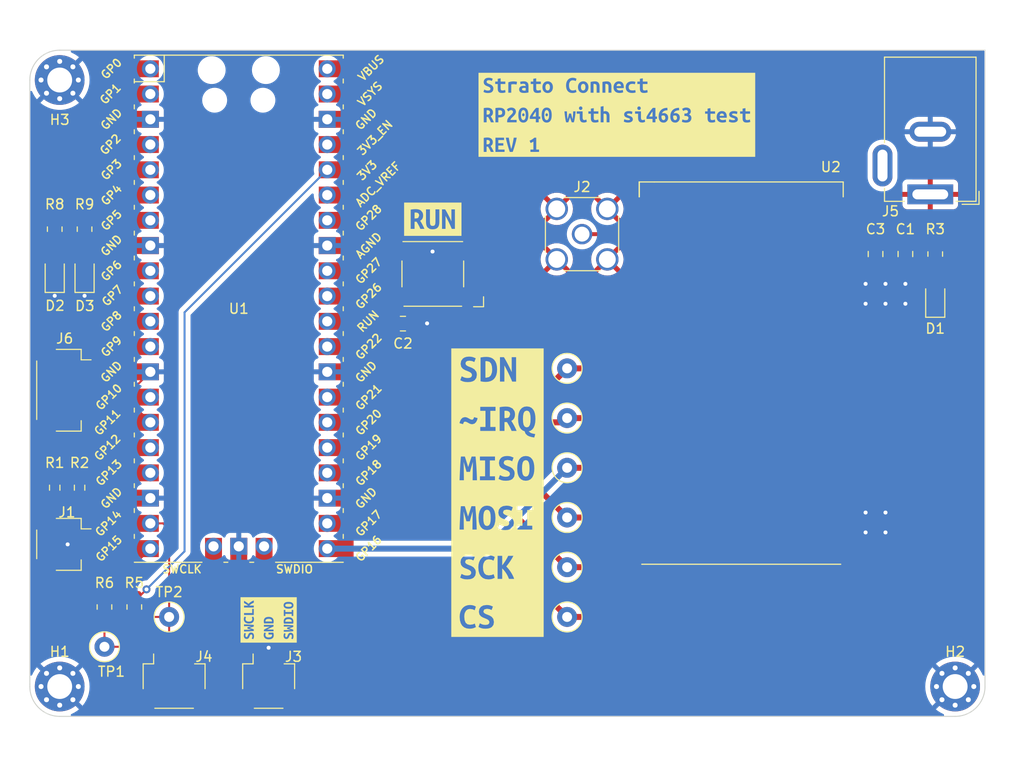
<source format=kicad_pcb>
(kicad_pcb (version 20221018) (generator pcbnew)
  (layers (0 "F.Cu" signal) (31 "B.Cu" signal) (34 "B.Paste" user) (35 "F.Paste" user) (36 "B.SilkS" user "B.Silkscreen") (37 "F.SilkS" user "F.Silkscreen") (38 "B.Mask" user) (39 "F.Mask" user) (44 "Edge.Cuts" user))
  (net 0 "")
  (net 1 "SWCLK")
  (net 2 "GND")
  (net 3 "SWDIO")
  (net 4 "Net-(J2-In)")
  (net 5 "/RF_GND")
  (net 10 "SPI1_SCK")
  (net 11 "SPI1_MOSI")
  (net 12 "~{IRQ}")
  (net 21 "SPI1_MISO")
  (net 22 "+3V3")
  (net 23 "~{SPI1_CS}")
  (net 24 "SPI0_MISO")
  (net 31 "~{SPI0_CS}")
  (net 33 "SDN")
  (net 34 "Net-(J1-Pin_1)")
  (net 35 "Net-(J1-Pin_3)")
  (net 37 "UART_TX")
  (net 38 "UART_RX")
  (net 39 "+VDC")
  (net 40 "RUN")
  (net 41 "I2C_SDA")
  (net 42 "I2C_SCL")
  (net 43 "SPI0_SCK")
  (net 44 "SPI0_MOSI")
  (net 45 "Net-(D1-A)")
  (net 46 "Net-(D2-A)")
  (net 47 "Net-(D3-A)")
  (net 48 "LED1")
  (net 49 "LED2")
  (footprint "LED_SMD:LED_0805_2012Metric_Pad1.15x1.40mm_HandSolder" (layer "F.Cu") (at 167 75 90)
    (fp_text reference "D1" (at -3 0 180) (layer "F.SilkS"))
    (fp_text value "LED" hide)
    (pad "1" smd roundrect (at -1.025 0 90) (size 1.15 1.4) (layers "F.Cu" "F.Paste" "F.Mask") (roundrect_rratio 0.217391) (net 2 "GND"))
    (pad "2" smd roundrect (at 1.025 0 90) (size 1.15 1.4) (layers "F.Cu" "F.Paste" "F.Mask") (roundrect_rratio 0.217391) (net 45 "Net-(D1-A)"))
  )
  (footprint "TestPoint:TestPoint_Loop_D1.80mm_Drill1.0mm_Beaded" (layer "F.Cu") (at 83.5 110)
    (fp_text reference "TP1" (at 0.7 2.5) (layer "F.SilkS"))
    (fp_text value "TestPoint" hide)
    (pad "1" thru_hole circle (at 0 0) (size 2 2) (drill 1) (layers "*.Cu" "*.Mask") (net 42 "I2C_SCL"))
  )
  (footprint "Capacitor_SMD:C_0805_2012Metric_Pad1.18x1.45mm_HandSolder" (layer "F.Cu") (at 164 70.5 -90)
    (fp_text reference "C1" (at -2.5 0 -180) (layer "F.SilkS"))
    (fp_text value "C")
    (pad "1" smd roundrect (at -1.0375 0 270) (size 1.175 1.45) (layers "F.Cu" "F.Paste" "F.Mask") (roundrect_rratio 0.212766) (net 39 "+VDC"))
    (pad "2" smd roundrect (at 1.0375 0 270) (size 1.175 1.45) (layers "F.Cu" "F.Paste" "F.Mask") (roundrect_rratio 0.212766) (net 2 "GND"))
  )
  (footprint "kibuzzard-654DAC3C" (layer "F.Cu") (at 100 107.3 90)
    (fp_text reference "kibuzzard-654DAC3C" hide)
    (fp_text value "G***" hide)
  )
  (footprint "Resistor_SMD:R_0603_1608Metric_Pad0.98x0.95mm_HandSolder" (layer "F.Cu") (at 78.5 94 90)
    (fp_text reference "R1" (at 2.5 0 180) (layer "F.SilkS"))
    (fp_text value "100" hide)
    (pad "1" smd roundrect (at -0.9125 0 90) (size 0.975 0.95) (layers "F.Cu" "F.Paste" "F.Mask") (net 34 "Net-(J1-Pin_1)"))
    (pad "2" smd roundrect (at 0.9125 0 90) (size 0.975 0.95) (layers "F.Cu" "F.Paste" "F.Mask") (net 37 "UART_TX"))
  )
  (footprint "Kevin_Lutzer_Lbr:RF4463F30" (layer "F.Cu") (at 147.5 82.5)
    (fp_text reference "U2" (at 9 -20.75 unlocked) (layer "F.SilkS"))
    (fp_text value "RF4463F30")
    (pad "1" smd rect (at -9.45 -14 270) (size 1.5 2.4) (layers "F.Cu" "F.Paste" "F.Mask") (net 4 "Net-(J2-In)"))
    (pad "2" smd rect (at -9.45 -10 270) (size 1.5 2.4) (layers "F.Cu" "F.Paste" "F.Mask") (net 5 "/RF_GND"))
    (pad "3" smd rect (at -9.45 -6 90) (size 1.5 2.4) (layers "F.Cu" "F.Paste" "F.Mask"))
    (pad "4" smd rect (at -9.45 -2 90) (size 1.5 2.4) (layers "F.Cu" "F.Paste" "F.Mask"))
    (pad "5" smd rect (at -9.45 2 270) (size 1.5 2.4) (layers "F.Cu" "F.Paste" "F.Mask"))
    (pad "6" smd rect (at -9.45 6 90) (size 1.5 2.4) (layers "F.Cu" "F.Paste" "F.Mask") (net 24 "SPI0_MISO"))
    (pad "7" smd rect (at -9.45 10 90) (size 1.5 2.4) (layers "F.Cu" "F.Paste" "F.Mask") (net 44 "SPI0_MOSI"))
    (pad "8" smd rect (at -9.45 14 90) (size 1.5 2.4) (layers "F.Cu" "F.Paste" "F.Mask") (net 43 "SPI0_SCK"))
    (pad "9" smd rect (at 9.4 14 90) (size 1.5 2.4) (layers "F.Cu" "F.Paste" "F.Mask") (net 2 "GND"))
    (pad "10" smd rect (at 9.4 10 90) (size 1.5 2.4) (layers "F.Cu" "F.Paste" "F.Mask") (net 31 "~{SPI0_CS}"))
    (pad "11" smd rect (at 9.4 6 90) (size 1.5 2.4) (layers "F.Cu" "F.Paste" "F.Mask") (net 12 "~{IRQ}"))
    (pad "12" smd rect (at 9.4 2 90) (size 1.5 2.4) (layers "F.Cu" "F.Paste" "F.Mask") (net 33 "SDN"))
    (pad "13" smd rect (at 9.4 -2 90) (size 1.5 2.4) (layers "F.Cu" "F.Paste" "F.Mask"))
    (pad "14" smd rect (at 9.4 -6 90) (size 1.5 2.4) (layers "F.Cu" "F.Paste" "F.Mask"))
    (pad "15" smd rect (at 9.4 -10 90) (size 1.5 2.4) (layers "F.Cu" "F.Paste" "F.Mask") (net 2 "GND"))
    (pad "16" smd rect (at 9.4 -14 90) (size 1.5 2.4) (layers "F.Cu" "F.Paste" "F.Mask") (net 39 "+VDC"))
  )
  (footprint "Resistor_SMD:R_0805_2012Metric_Pad1.20x1.40mm_HandSolder" (layer "F.Cu") (at 167 70.5 -90)
    (fp_text reference "R3" (at -2.5 0 -180) (layer "F.SilkS"))
    (fp_text value "220")
    (pad "1" smd roundrect (at -1 0 270) (size 1.2 1.4) (layers "F.Cu" "F.Paste" "F.Mask") (roundrect_rratio 0.208333) (net 39 "+VDC"))
    (pad "2" smd roundrect (at 1 0 270) (size 1.2 1.4) (layers "F.Cu" "F.Paste" "F.Mask") (roundrect_rratio 0.208333) (net 45 "Net-(D1-A)"))
  )
  (footprint "Kevin_Lutzer_Lbr:RPi_Pico_SMD_TH" (layer "F.Cu") (at 97 76)
    (fp_text reference "U1" (at 0 0) (layer "F.SilkS"))
    (fp_text value "Pico")
    (fp_text user "GP3" (at -12.8 -13.97 45) (layer "F.SilkS") (effects (font (size 0.8 0.8))))
    (fp_text user "GP8" (at -12.8 1.27 45) (layer "F.SilkS") (effects (font (size 0.8 0.8))))
    (fp_text user "GND" (at -12.8 -6.35 45) (layer "F.SilkS") (effects (font (size 0.8 0.8))))
    (fp_text user "GND" (at 12.8 19.05 45) (layer "F.SilkS") (effects (font (size 0.8 0.8))))
    (fp_text user "AGND" (at 13.054 -6.35 45) (layer "F.SilkS") (effects (font (size 0.8 0.8))))
    (fp_text user "GP13" (at -13.054 16.51 45) (layer "F.SilkS") (effects (font (size 0.8 0.8))))
    (fp_text user "GP2" (at -12.9 -16.51 45) (layer "F.SilkS") (effects (font (size 0.8 0.8))))
    (fp_text user "3V3_EN" (at 13.7 -17.2 45) (layer "F.SilkS") (effects (font (size 0.8 0.8))))
    (fp_text user "GP21" (at 13.054 8.9 45) (layer "F.SilkS") (effects (font (size 0.8 0.8))))
    (fp_text user "GP18" (at 13.054 16.51 45) (layer "F.SilkS") (effects (font (size 0.8 0.8))))
    (fp_text user "GP28" (at 13.054 -9.144 45) (layer "F.SilkS") (effects (font (size 0.8 0.8))))
    (fp_text user "GND" (at -12.8 6.35 45) (layer "F.SilkS") (effects (font (size 0.8 0.8))))
    (fp_text user "GP15" (at -13.054 24.13 45) (layer "F.SilkS") (effects (font (size 0.8 0.8))))
    (fp_text user "GP12" (at -13.2 13.97 45) (layer "F.SilkS") (effects (font (size 0.8 0.8))))
    (fp_text user "GND" (at -12.8 19.05 45) (layer "F.SilkS") (effects (font (size 0.8 0.8))))
    (fp_text user "SWDIO" (at 5.6 26.2) (layer "F.SilkS") (effects (font (size 0.8 0.8))))
    (fp_text user "GP1" (at -12.9 -21.6 45) (layer "F.SilkS") (effects (font (size 0.8 0.8))))
    (fp_text user "GP16" (at 13.054 24.13 45) (layer "F.SilkS") (effects (font (size 0.8 0.8))))
    (fp_text user "GP9" (at -12.8 3.81 45) (layer "F.SilkS") (effects (font (size 0.8 0.8))))
    (fp_text user "SWCLK" (at -5.7 26.2) (layer "F.SilkS") (effects (font (size 0.8 0.8))))
    (fp_text user "RUN" (at 13 1.27 45) (layer "F.SilkS") (effects (font (size 0.8 0.8))))
    (fp_text user "GP19" (at 13.054 13.97 45) (layer "F.SilkS") (effects (font (size 0.8 0.8))))
    (fp_text user "GP10" (at -13.054 8.89 45) (layer "F.SilkS") (effects (font (size 0.8 0.8))))
    (fp_text user "GND" (at 12.8 -19.05 45) (layer "F.SilkS") (effects (font (size 0.8 0.8))))
    (fp_text user "GP4" (at -12.8 -11.43 45) (layer "F.SilkS") (effects (font (size 0.8 0.8))))
    (fp_text user "GP11" (at -13.2 11.43 45) (layer "F.SilkS") (effects (font (size 0.8 0.8))))
    (fp_text user "GP5" (at -12.8 -8.89 45) (layer "F.SilkS") (effects (font (size 0.8 0.8))))
    (fp_text user "GP6" (at -12.8 -3.81 45) (layer "F.SilkS") (effects (font (size 0.8 0.8))))
    (fp_text user "GND" (at 12.8 6.35 45) (layer "F.SilkS") (effects (font (size 0.8 0.8))))
    (fp_text user "GP26" (at 13.054 -1.27 45) (layer "F.SilkS") (effects (font (size 0.8 0.8))))
    (fp_text user "GP14" (at -13.1 21.59 45) (layer "F.SilkS") (effects (font (size 0.8 0.8))))
    (fp_text user "GP20" (at 13.054 11.43 45) (layer "F.SilkS") (effects (font (size 0.8 0.8))))
    (fp_text user "VBUS" (at 13.3 -24.2 45) (layer "F.SilkS") (effects (font (size 0.8 0.8))))
    (fp_text user "GP17" (at 13.054 21.59 45) (layer "F.SilkS") (effects (font (size 0.8 0.8))))
    (fp_text user "GP0" (at -12.8 -24.13 45) (layer "F.SilkS") (effects (font (size 0.8 0.8))))
    (fp_text user "GP22" (at 13.054 3.81 45) (layer "F.SilkS") (effects (font (size 0.8 0.8))))
    (fp_text user "GND" (at -12.8 -19.05 45) (layer "F.SilkS") (effects (font (size 0.8 0.8))))
    (fp_text user "GP27" (at 13.054 -3.8 45) (layer "F.SilkS") (effects (font (size 0.8 0.8))))
    (fp_text user "ADC_VREF" (at 14 -12.5 45) (layer "F.SilkS") (effects (font (size 0.8 0.8))))
    (fp_text user "GP7" (at -12.7 -1.3 45) (layer "F.SilkS") (effects (font (size 0.8 0.8))))
    (fp_text user "3V3" (at 12.9 -13.9 45) (layer "F.SilkS") (effects (font (size 0.8 0.8))))
    (fp_text user "VSYS" (at 13.2 -21.59 45) (layer "F.SilkS") (effects (font (size 0.8 0.8))))
    (pad "" np_thru_hole oval (at -2.725 -24) (size 1.8 1.8) (drill 1.8) (layers "*.Cu" "*.Mask"))
    (pad "" np_thru_hole oval (at -2.425 -20.97) (size 1.5 1.5) (drill 1.5) (layers "*.Cu" "*.Mask"))
    (pad "" np_thru_hole oval (at 2.425 -20.97) (size 1.5 1.5) (drill 1.5) (layers "*.Cu" "*.Mask"))
    (pad "" np_thru_hole oval (at 2.725 -24) (size 1.8 1.8) (drill 1.8) (layers "*.Cu" "*.Mask"))
    (pad "1" thru_hole oval (at -8.89 -24.13) (size 1.7 1.7) (drill 1.02) (layers "*.Cu" "*.Mask"))
    (pad "1" smd rect (at -8.89 -24.13) (size 3.5 1.7) (drill (offset -0.9 0)) (layers "F.Cu" "F.Mask"))
    (pad "2" thru_hole oval (at -8.89 -21.59) (size 1.7 1.7) (drill 1.02) (layers "*.Cu" "*.Mask"))
    (pad "2" smd rect (at -8.89 -21.59) (size 3.5 1.7) (drill (offset -0.9 0)) (layers "F.Cu" "F.Mask"))
    (pad "3" thru_hole rect (at -8.89 -19.05) (size 1.7 1.7) (drill 1.02) (layers "*.Cu" "*.Mask") (net 2 "GND"))
    (pad "3" smd rect (at -8.89 -19.05) (size 3.5 1.7) (drill (offset -0.9 0)) (layers "F.Cu" "F.Mask") (net 2 "GND"))
    (pad "4" thru_hole oval (at -8.89 -16.51) (size 1.7 1.7) (drill 1.02) (layers "*.Cu" "*.Mask"))
    (pad "4" smd rect (at -8.89 -16.51) (size 3.5 1.7) (drill (offset -0.9 0)) (layers "F.Cu" "F.Mask"))
    (pad "5" thru_hole oval (at -8.89 -13.97) (size 1.7 1.7) (drill 1.02) (layers "*.Cu" "*.Mask"))
    (pad "5" smd rect (at -8.89 -13.97) (size 3.5 1.7) (drill (offset -0.9 0)) (layers "F.Cu" "F.Mask"))
    (pad "6" thru_hole oval (at -8.89 -11.43) (size 1.7 1.7) (drill 1.02) (layers "*.Cu" "*.Mask") (net 48 "LED1"))
    (pad "6" smd rect (at -8.89 -11.43) (size 3.5 1.7) (drill (offset -0.9 0)) (layers "F.Cu" "F.Mask") (net 48 "LED1"))
    (pad "7" thru_hole oval (at -8.89 -8.89) (size 1.7 1.7) (drill 1.02) (layers "*.Cu" "*.Mask") (net 49 "LED2"))
    (pad "7" smd rect (at -8.89 -8.89) (size 3.5 1.7) (drill (offset -0.9 0)) (layers "F.Cu" "F.Mask") (net 49 "LED2"))
    (pad "8" thru_hole rect (at -8.89 -6.35) (size 1.7 1.7) (drill 1.02) (layers "*.Cu" "*.Mask") (net 2 "GND"))
    (pad "8" smd rect (at -8.89 -6.35) (size 3.5 1.7) (drill (offset -0.9 0)) (layers "F.Cu" "F.Mask") (net 2 "GND"))
    (pad "9" thru_hole oval (at -8.89 -3.81) (size 1.7 1.7) (drill 1.02) (layers "*.Cu" "*.Mask"))
    (pad "9" smd rect (at -8.89 -3.81) (size 3.5 1.7) (drill (offset -0.9 0)) (layers "F.Cu" "F.Mask"))
    (pad "10" thru_hole oval (at -8.89 -1.27) (size 1.7 1.7) (drill 1.02) (layers "*.Cu" "*.Mask"))
    (pad "10" smd rect (at -8.89 -1.27) (size 3.5 1.7) (drill (offset -0.9 0)) (layers "F.Cu" "F.Mask"))
    (pad "11" thru_hole oval (at -8.89 1.27) (size 1.7 1.7) (drill 1.02) (layers "*.Cu" "*.Mask") (net 21 "SPI1_MISO"))
    (pad "11" smd rect (at -8.89 1.27) (size 3.5 1.7) (drill (offset -0.9 0)) (layers "F.Cu" "F.Mask") (net 21 "SPI1_MISO"))
    (pad "12" thru_hole oval (at -8.89 3.81) (size 1.7 1.7) (drill 1.02) (layers "*.Cu" "*.Mask") (net 23 "~{SPI1_CS}"))
    (pad "12" smd rect (at -8.89 3.81) (size 3.5 1.7) (drill (offset -0.9 0)) (layers "F.Cu" "F.Mask") (net 23 "~{SPI1_CS}"))
    (pad "13" thru_hole rect (at -8.89 6.35) (size 1.7 1.7) (drill 1.02) (layers "*.Cu" "*.Mask") (net 2 "GND"))
    (pad "13" smd rect (at -8.89 6.35) (size 3.5 1.7) (drill (offset -0.9 0)) (layers "F.Cu" "F.Mask") (net 2 "GND"))
    (pad "14" thru_hole oval (at -8.89 8.89) (size 1.7 1.7) (drill 1.02) (layers "*.Cu" "*.Mask") (net 10 "SPI1_SCK"))
    (pad "14" smd rect (at -8.89 8.89) (size 3.5 1.7) (drill (offset -0.9 0)) (layers "F.Cu" "F.Mask") (net 10 "SPI1_SCK"))
    (pad "15" thru_hole oval (at -8.89 11.43) (size 1.7 1.7) (drill 1.02) (layers "*.Cu" "*.Mask") (net 11 "SPI1_MOSI"))
    (pad "15" smd rect (at -8.89 11.43) (size 3.5 1.7) (drill (offset -0.9 0)) (layers "F.Cu" "F.Mask") (net 11 "SPI1_MOSI"))
    (pad "16" thru_hole oval (at -8.89 13.97) (size 1.7 1.7) (drill 1.02) (layers "*.Cu" "*.Mask") (net 37 "UART_TX"))
    (pad "16" smd rect (at -8.89 13.97) (size 3.5 1.7) (drill (offset -0.9 0)) (layers "F.Cu" "F.Mask") (net 37 "UART_TX"))
    (pad "17" thru_hole oval (at -8.89 16.51) (size 1.7 1.7) (drill 1.02) (layers "*.Cu" "*.Mask") (net 38 "UART_RX"))
    (pad "17" smd rect (at -8.89 16.51) (size 3.5 1.7) (drill (offset -0.9 0)) (layers "F.Cu" "F.Mask") (net 38 "UART_RX"))
    (pad "18" thru_hole rect (at -8.89 19.05) (size 1.7 1.7) (drill 1.02) (layers "*.Cu" "*.Mask") (net 2 "GND"))
    (pad "18" smd rect (at -8.89 19.05) (size 3.5 1.7) (drill (offset -0.9 0)) (layers "F.Cu" "F.Mask") (net 2 "GND"))
    (pad "19" thru_hole oval (at -8.89 21.59) (size 1.7 1.7) (drill 1.02) (layers "*.Cu" "*.Mask") (net 41 "I2C_SDA"))
    (pad "19" smd rect (at -8.89 21.59) (size 3.5 1.7) (drill (offset -0.9 0)) (layers "F.Cu" "F.Mask") (net 41 "I2C_SDA"))
    (pad "20" thru_hole oval (at -8.89 24.13) (size 1.7 1.7) (drill 1.02) (layers "*.Cu" "*.Mask") (net 42 "I2C_SCL"))
    (pad "20" smd rect (at -8.89 24.13) (size 3.5 1.7) (drill (offset -0.9 0)) (layers "F.Cu" "F.Mask") (net 42 "I2C_SCL"))
    (pad "21" thru_hole oval (at 8.89 24.13) (size 1.7 1.7) (drill 1.02) (layers "*.Cu" "*.Mask") (net 24 "SPI0_MISO"))
    (pad "21" smd rect (at 8.89 24.13) (size 3.5 1.7) (drill (offset 0.9 0)) (layers "F.Cu" "F.Mask") (net 24 "SPI0_MISO"))
    (pad "22" thru_hole oval (at 8.89 21.59) (size 1.7 1.7) (drill 1.02) (layers "*.Cu" "*.Mask") (net 31 "~{SPI0_CS}"))
    (pad "22" smd rect (at 8.89 21.59) (size 3.5 1.7) (drill (offset 0.9 0)) (layers "F.Cu" "F.Mask") (net 31 "~{SPI0_CS}"))
    (pad "23" thru_hole rect (at 8.89 19.05) (size 1.7 1.7) (drill 1.02) (layers "*.Cu" "*.Mask") (net 2 "GND"))
    (pad "23" smd rect (at 8.89 19.05) (size 3.5 1.7) (drill (offset 0.9 0)) (layers "F.Cu" "F.Mask") (net 2 "GND"))
    (pad "24" thru_hole oval (at 8.89 16.51) (size 1.7 1.7) (drill 1.02) (layers "*.Cu" "*.Mask") (net 43 "SPI0_SCK"))
    (pad "24" smd rect (at 8.89 16.51) (size 3.5 1.7) (drill (offset 0.9 0)) (layers "F.Cu" "F.Mask") (net 43 "SPI0_SCK"))
    (pad "25" thru_hole oval (at 8.89 13.97) (size 1.7 1.7) (drill 1.02) (layers "*.Cu" "*.Mask") (net 44 "SPI0_MOSI"))
    (pad "25" smd rect (at 8.89 13.97) (size 3.5 1.7) (drill (offset 0.9 0)) (layers "F.Cu" "F.Mask") (net 44 "SPI0_MOSI"))
    (pad "26" thru_hole oval (at 8.89 11.43) (size 1.7 1.7) (drill 1.02) (layers "*.Cu" "*.Mask") (net 12 "~{IRQ}"))
    (pad "26" smd rect (at 8.89 11.43) (size 3.5 1.7) (drill (offset 0.9 0)) (layers "F.Cu" "F.Mask") (net 12 "~{IRQ}"))
    (pad "27" thru_hole oval (at 8.89 8.89) (size 1.7 1.7) (drill 1.02) (layers "*.Cu" "*.Mask") (net 33 "SDN"))
    (pad "27" smd rect (at 8.89 8.89) (size 3.5 1.7) (drill (offset 0.9 0)) (layers "F.Cu" "F.Mask") (net 33 "SDN"))
    (pad "28" thru_hole rect (at 8.89 6.35) (size 1.7 1.7) (drill 1.02) (layers "*.Cu" "*.Mask") (net 2 "GND"))
    (pad "28" smd rect (at 8.89 6.35) (size 3.5 1.7) (drill (offset 0.9 0)) (layers "F.Cu" "F.Mask") (net 2 "GND"))
    (pad "29" thru_hole oval (at 8.89 3.81) (size 1.7 1.7) (drill 1.02) (layers "*.Cu" "*.Mask"))
    (pad "29" smd rect (at 8.89 3.81) (size 3.5 1.7) (drill (offset 0.9 0)) (layers "F.Cu" "F.Mask"))
    (pad "30" thru_hole oval (at 8.89 1.27) (size 1.7 1.7) (drill 1.02) (layers "*.Cu" "*.Mask") (net 40 "RUN"))
    (pad "30" smd rect (at 8.89 1.27) (size 3.5 1.7) (drill (offset 0.9 0)) (layers "F.Cu" "F.Mask") (net 40 "RUN"))
    (pad "31" thru_hole oval (at 8.89 -1.27) (size 1.7 1.7) (drill 1.02) (layers "*.Cu" "*.Mask"))
    (pad "31" smd rect (at 8.89 -1.27) (size 3.5 1.7) (drill (offset 0.9 0)) (layers "F.Cu" "F.Mask"))
    (pad "32" thru_hole oval (at 8.89 -3.81) (size 1.7 1.7) (drill 1.02) (layers "*.Cu" "*.Mask"))
    (pad "32" smd rect (at 8.89 -3.81) (size 3.5 1.7) (drill (offset 0.9 0)) (layers "F.Cu" "F.Mask"))
    (pad "33" thru_hole rect (at 8.89 -6.35) (size 1.7 1.7) (drill 1.02) (layers "*.Cu" "*.Mask") (net 2 "GND"))
    (pad "33" smd rect (at 8.89 -6.35) (size 3.5 1.7) (drill (offset 0.9 0)) (layers "F.Cu" "F.Mask") (net 2 "GND"))
    (pad "34" thru_hole oval (at 8.89 -8.89) (size 1.7 1.7) (drill 1.02) (layers "*.Cu" "*.Mask"))
    (pad "34" smd rect (at 8.89 -8.89) (size 3.5 1.7) (drill (offset 0.9 0)) (layers "F.Cu" "F.Mask"))
    (pad "35" thru_hole oval (at 8.89 -11.43) (size 1.7 1.7) (drill 1.02) (layers "*.Cu" "*.Mask"))
    (pad "35" smd rect (at 8.89 -11.43) (size 3.5 1.7) (drill (offset 0.9 0)) (layers "F.Cu" "F.Mask"))
    (pad "36" thru_hole oval (at 8.89 -13.97) (size 1.7 1.7) (drill 1.02) (layers "*.Cu" "*.Mask") (net 22 "+3V3"))
    (pad "36" smd rect (at 8.89 -13.97) (size 3.5 1.7) (drill (offset 0.9 0)) (layers "F.Cu" "F.Mask") (net 22 "+3V3"))
    (pad "37" thru_hole oval (at 8.89 -16.51) (size 1.7 1.7) (drill 1.02) (layers "*.Cu" "*.Mask"))
    (pad "37" smd rect (at 8.89 -16.51) (size 3.5 1.7) (drill (offset 0.9 0)) (layers "F.Cu" "F.Mask"))
    (pad "38" thru_hole rect (at 8.89 -19.05) (size 1.7 1.7) (drill 1.02) (layers "*.Cu" "*.Mask") (net 2 "GND"))
    (pad "38" smd rect (at 8.89 -19.05) (size 3.5 1.7) (drill (offset 0.9 0)) (layers "F.Cu" "F.Mask") (net 2 "GND"))
    (pad "39" thru_hole oval (at 8.89 -21.59) (size 1.7 1.7) (drill 1.02) (layers "*.Cu" "*.Mask"))
    (pad "39" smd rect (at 8.89 -21.59) (size 3.5 1.7) (drill (offset 0.9 0)) (layers "F.Cu" "F.Mask"))
    (pad "40" thru_hole oval (at 8.89 -24.13) (size 1.7 1.7) (drill 1.02) (layers "*.Cu" "*.Mask"))
    (pad "40" smd rect (at 8.89 -24.13) (size 3.5 1.7) (drill (offset 0.9 0)) (layers "F.Cu" "F.Mask"))
    (pad "41" thru_hole oval (at -2.54 23.9) (size 1.7 1.7) (drill 1.02) (layers "*.Cu" "*.Mask") (net 1 "SWCLK"))
    (pad "41" smd rect (at -2.54 23.9 90) (size 3.5 1.7) (drill (offset -0.9 0)) (layers "F.Cu" "F.Mask") (net 1 "SWCLK"))
    (pad "42" thru_hole rect (at 0 23.9) (size 1.7 1.7) (drill 1.02) (layers "*.Cu" "*.Mask") (net 2 "GND"))
    (pad "42" smd rect (at 0 23.9 90) (size 3.5 1.7) (drill (offset -0.9 0)) (layers "F.Cu" "F.Mask") (net 2 "GND"))
    (pad "43" thru_hole oval (at 2.54 23.9) (size 1.7 1.7) (drill 1.02) (layers "*.Cu" "*.Mask") (net 3 "SWDIO"))
    (pad "43" smd rect (at 2.54 23.9 90) (size 3.5 1.7) (drill (offset -0.9 0)) (layers "F.Cu" "F.Mask") (net 3 "SWDIO"))
  )
  (footprint "Resistor_SMD:R_0805_2012Metric_Pad1.20x1.40mm_HandSolder" (layer "F.Cu") (at 86.5 106 90)
    (fp_text reference "R5" (at 2.425 0 180) (layer "F.SilkS"))
    (fp_text value "2k2")
    (pad "1" smd roundrect (at -1 0 90) (size 1.2 1.4) (layers "F.Cu" "F.Paste" "F.Mask") (roundrect_rratio 0.208333) (net 41 "I2C_SDA"))
    (pad "2" smd roundrect (at 1 0 90) (size 1.2 1.4) (layers "F.Cu" "F.Paste" "F.Mask") (roundrect_rratio 0.208333) (net 22 "+3V3"))
  )
  (footprint "LED_SMD:LED_0805_2012Metric_Pad1.15x1.40mm_HandSolder" (layer "F.Cu") (at 81.5 72.5 90)
    (fp_text reference "D3" (at -3.225 0.025 180) (layer "F.SilkS"))
    (fp_text value "LED")
    (pad "1" smd roundrect (at -1.025 0 90) (size 1.15 1.4) (layers "F.Cu" "F.Paste" "F.Mask") (roundrect_rratio 0.217391) (net 2 "GND"))
    (pad "2" smd roundrect (at 1.025 0 90) (size 1.15 1.4) (layers "F.Cu" "F.Paste" "F.Mask") (roundrect_rratio 0.217391) (net 47 "Net-(D3-A)"))
  )
  (footprint "Capacitor_SMD:C_0805_2012Metric_Pad1.18x1.45mm_HandSolder" (layer "F.Cu") (at 161 70.5 -90)
    (fp_text reference "C3" (at -2.5 0 -180) (layer "F.SilkS"))
    (fp_text value "C")
    (pad "1" smd roundrect (at -1.0375 0 270) (size 1.175 1.45) (layers "F.Cu" "F.Paste" "F.Mask") (roundrect_rratio 0.212766) (net 39 "+VDC"))
    (pad "2" smd roundrect (at 1.0375 0 270) (size 1.175 1.45) (layers "F.Cu" "F.Paste" "F.Mask") (roundrect_rratio 0.212766) (net 2 "GND"))
  )
  (footprint "MountingHole:MountingHole_2.5mm_Pad_Via" (layer "F.Cu") (at 79 53)
    (fp_text reference "H3" (at 0 4) (layer "F.SilkS"))
    (fp_text value "MountingHole_Pad" hide)
    (pad "1" thru_hole circle (at -1.875 0) (size 0.8 0.8) (drill 0.5) (layers "*.Cu" "*.Mask") (net 2 "GND"))
    (pad "1" thru_hole circle (at -1.325825 -1.325825) (size 0.8 0.8) (drill 0.5) (layers "*.Cu" "*.Mask") (net 2 "GND"))
    (pad "1" thru_hole circle (at -1.325825 1.325825) (size 0.8 0.8) (drill 0.5) (layers "*.Cu" "*.Mask") (net 2 "GND"))
    (pad "1" thru_hole circle (at 0 -1.875) (size 0.8 0.8) (drill 0.5) (layers "*.Cu" "*.Mask") (net 2 "GND"))
    (pad "1" thru_hole circle (at 0 0) (size 5 5) (drill 2.5) (layers "*.Cu" "*.Mask") (net 2 "GND"))
    (pad "1" thru_hole circle (at 0 1.875) (size 0.8 0.8) (drill 0.5) (layers "*.Cu" "*.Mask") (net 2 "GND"))
    (pad "1" thru_hole circle (at 1.325825 -1.325825) (size 0.8 0.8) (drill 0.5) (layers "*.Cu" "*.Mask") (net 2 "GND"))
    (pad "1" thru_hole circle (at 1.325825 1.325825) (size 0.8 0.8) (drill 0.5) (layers "*.Cu" "*.Mask") (net 2 "GND"))
    (pad "1" thru_hole circle (at 1.875 0) (size 0.8 0.8) (drill 0.5) (layers "*.Cu" "*.Mask") (net 2 "GND"))
  )
  (footprint "LED_SMD:LED_0805_2012Metric_Pad1.15x1.40mm_HandSolder" (layer "F.Cu") (at 78.5 72.5 90)
    (fp_text reference "D2" (at -3.2 0.025 180) (layer "F.SilkS"))
    (fp_text value "LED")
    (pad "1" smd roundrect (at -1.025 0 90) (size 1.15 1.4) (layers "F.Cu" "F.Paste" "F.Mask") (roundrect_rratio 0.217391) (net 2 "GND"))
    (pad "2" smd roundrect (at 1.025 0 90) (size 1.15 1.4) (layers "F.Cu" "F.Paste" "F.Mask") (roundrect_rratio 0.217391) (net 46 "Net-(D2-A)"))
  )
  (footprint "Connector_Coaxial:SMA_Wurth_60312002114503_Vertical" (layer "F.Cu") (at 131.5 68.5)
    (fp_text reference "J2" (at 0 -4.75) (layer "F.SilkS"))
    (fp_text value "Conn_Coaxial")
    (pad "1" thru_hole circle (at 0 0) (size 2.05 2.05) (drill 1.5) (layers "*.Cu" "*.Mask") (net 4 "Net-(J2-In)"))
    (pad "2" thru_hole circle (at -2.54 -2.54) (size 2.25 2.25) (drill 1.7) (layers "*.Cu" "*.Mask") (net 5 "/RF_GND"))
    (pad "2" thru_hole circle (at -2.54 2.54) (size 2.25 2.25) (drill 1.7) (layers "*.Cu" "*.Mask") (net 5 "/RF_GND"))
    (pad "2" thru_hole circle (at 2.54 -2.54) (size 2.25 2.25) (drill 1.7) (layers "*.Cu" "*.Mask") (net 5 "/RF_GND"))
    (pad "2" thru_hole circle (at 2.54 2.54) (size 2.25 2.25) (drill 1.7) (layers "*.Cu" "*.Mask") (net 5 "/RF_GND"))
  )
  (footprint "kibuzzard-654DA23D" (layer "F.Cu") (at 123 94.5)
    (fp_text reference "kibuzzard-654DA23D" hide)
    (fp_text value "G***" hide)
  )
  (footprint "TestPoint:TestPoint_Loop_D1.80mm_Drill1.0mm_Beaded" (layer "F.Cu") (at 130 97)
    (fp_text reference "TP4" hide)
    (fp_text value "TestPoint" hide)
    (pad "1" thru_hole circle (at 0 0) (size 2 2) (drill 1) (layers "*.Cu" "*.Mask") (net 44 "SPI0_MOSI"))
  )
  (footprint "Connector_JST:JST_SH_SM03B-SRSS-TB_1x03-1MP_P1.00mm_Horizontal" (layer "F.Cu") (at 100 113.5)
    (fp_text reference "J3" (at 2.5 -2.5) (layer "F.SilkS"))
    (fp_text value "Conn_01x03_Pin")
    (pad "1" smd roundrect (at -1 -2) (size 0.6 1.55) (layers "F.Cu" "F.Paste" "F.Mask") (net 1 "SWCLK"))
    (pad "2" smd roundrect (at 0 -2) (size 0.6 1.55) (layers "F.Cu" "F.Paste" "F.Mask") (net 2 "GND"))
    (pad "3" smd roundrect (at 1 -2) (size 0.6 1.55) (layers "F.Cu" "F.Paste" "F.Mask") (net 3 "SWDIO"))
    (pad "MP" smd roundrect (at -2.3 1.875) (size 1.2 1.8) (layers "F.Cu" "F.Paste" "F.Mask") (roundrect_rratio 0.208333))
    (pad "MP" smd roundrect (at 2.3 1.875) (size 1.2 1.8) (layers "F.Cu" "F.Paste" "F.Mask") (roundrect_rratio 0.208333))
  )
  (footprint "TestPoint:TestPoint_Loop_D1.80mm_Drill1.0mm_Beaded" (layer "F.Cu") (at 90 107)
    (fp_text reference "TP2" (at 0 -2.5) (layer "F.SilkS"))
    (fp_text value "TestPoint" hide)
    (pad "1" thru_hole circle (at 0 0) (size 2 2) (drill 1) (layers "*.Cu" "*.Mask") (net 41 "I2C_SDA"))
  )
  (footprint "Connector_JST:JST_SH_SM04B-SRSS-TB_1x04-1MP_P1.00mm_Horizontal" (layer "F.Cu") (at 90.5 113.5)
    (fp_text reference "J4" (at 3 -2.5) (layer "F.SilkS"))
    (fp_text value "Conn_01x04_Pin")
    (pad "1" smd roundrect (at -1.5 -2) (size 0.6 1.55) (layers "F.Cu" "F.Paste" "F.Mask") (net 42 "I2C_SCL"))
    (pad "2" smd roundrect (at -0.5 -2) (size 0.6 1.55) (layers "F.Cu" "F.Paste" "F.Mask") (net 41 "I2C_SDA"))
    (pad "3" smd roundrect (at 0.5 -2) (size 0.6 1.55) (layers "F.Cu" "F.Paste" "F.Mask"))
    (pad "4" smd roundrect (at 1.5 -2) (size 0.6 1.55) (layers "F.Cu" "F.Paste" "F.Mask") (net 2 "GND"))
    (pad "MP" smd roundrect (at -2.8 1.875) (size 1.2 1.8) (layers "F.Cu" "F.Paste" "F.Mask") (roundrect_rratio 0.208333))
    (pad "MP" smd roundrect (at 2.8 1.875) (size 1.2 1.8) (layers "F.Cu" "F.Paste" "F.Mask") (roundrect_rratio 0.208333))
  )
  (footprint "TestPoint:TestPoint_Loop_D1.80mm_Drill1.0mm_Beaded" (layer "F.Cu") (at 130 82)
    (fp_text reference "TP8" hide)
    (fp_text value "TestPoint" hide)
    (pad "1" thru_hole circle (at 0 0) (size 2 2) (drill 1) (layers "*.Cu" "*.Mask") (net 33 "SDN"))
  )
  (footprint "Connector_JST:JST_SH_SM03B-SRSS-TB_1x03-1MP_P1.00mm_Horizontal" (layer "F.Cu") (at 79.375 99.7 -90)
    (fp_text reference "J1" (at -3.225 -0.35 -180) (layer "F.SilkS"))
    (fp_text value "Conn_01x03_Pin")
    (pad "1" smd roundrect (at -1 -2 270) (size 0.6 1.55) (layers "F.Cu" "F.Paste" "F.Mask") (net 34 "Net-(J1-Pin_1)"))
    (pad "2" smd roundrect (at 0 -2 270) (size 0.6 1.55) (layers "F.Cu" "F.Paste" "F.Mask") (net 2 "GND"))
    (pad "3" smd roundrect (at 1 -2 270) (size 0.6 1.55) (layers "F.Cu" "F.Paste" "F.Mask") (net 35 "Net-(J1-Pin_3)"))
    (pad "MP" smd roundrect (at -2.3 1.875 270) (size 1.2 1.8) (layers "F.Cu" "F.Paste" "F.Mask") (roundrect_rratio 0.208333))
    (pad "MP" smd roundrect (at 2.3 1.875 270) (size 1.2 1.8) (layers "F.Cu" "F.Paste" "F.Mask") (roundrect_rratio 0.208333))
  )
  (footprint "Resistor_SMD:R_0805_2012Metric_Pad1.20x1.40mm_HandSolder" (layer "F.Cu") (at 83.5 106 90)
    (fp_text reference "R6" (at 2.425 0 180) (layer "F.SilkS"))
    (fp_text value "2k2" hide)
    (pad "1" smd roundrect (at -1 0 90) (size 1.2 1.4) (layers "F.Cu" "F.Paste" "F.Mask") (roundrect_rratio 0.208333) (net 42 "I2C_SCL"))
    (pad "2" smd roundrect (at 1 0 90) (size 1.2 1.4) (layers "F.Cu" "F.Paste" "F.Mask") (roundrect_rratio 0.208333) (net 22 "+3V3"))
  )
  (footprint "Resistor_SMD:R_0805_2012Metric_Pad1.20x1.40mm_HandSolder" (layer "F.Cu") (at 78.5 68 -90)
    (fp_text reference "R8" (at -2.5 0) (layer "F.SilkS"))
    (fp_text value "220" hide)
    (pad "1" smd roundrect (at -1 0 270) (size 1.2 1.4) (layers "F.Cu" "F.Paste" "F.Mask") (roundrect_rratio 0.208333) (net 48 "LED1"))
    (pad "2" smd roundrect (at 1 0 270) (size 1.2 1.4) (layers "F.Cu" "F.Paste" "F.Mask") (roundrect_rratio 0.208333) (net 46 "Net-(D2-A)"))
  )
  (footprint "MountingHole:MountingHole_2.5mm_Pad_Via" (layer "F.Cu") (at 169 114)
    (fp_text reference "H2" (at 0 -3.5) (layer "F.SilkS"))
    (fp_text value "MountingHole_Pad")
    (pad "1" thru_hole circle (at -1.875 0) (size 0.8 0.8) (drill 0.5) (layers "*.Cu" "*.Mask") (net 2 "GND"))
    (pad "1" thru_hole circle (at -1.325825 -1.325825) (size 0.8 0.8) (drill 0.5) (layers "*.Cu" "*.Mask") (net 2 "GND"))
    (pad "1" thru_hole circle (at -1.325825 1.325825) (size 0.8 0.8) (drill 0.5) (layers "*.Cu" "*.Mask") (net 2 "GND"))
    (pad "1" thru_hole circle (at 0 -1.875) (size 0.8 0.8) (drill 0.5) (layers "*.Cu" "*.Mask") (net 2 "GND"))
    (pad "1" thru_hole circle (at 0 0) (size 5 5) (drill 2.5) (layers "*.Cu" "*.Mask") (net 2 "GND"))
    (pad "1" thru_hole circle (at 0 1.875) (size 0.8 0.8) (drill 0.5) (layers "*.Cu" "*.Mask") (net 2 "GND"))
    (pad "1" thru_hole circle (at 1.325825 -1.325825) (size 0.8 0.8) (drill 0.5) (layers "*.Cu" "*.Mask") (net 2 "GND"))
    (pad "1" thru_hole circle (at 1.325825 1.325825) (size 0.8 0.8) (drill 0.5) (layers "*.Cu" "*.Mask") (net 2 "GND"))
    (pad "1" thru_hole circle (at 1.875 0) (size 0.8 0.8) (drill 0.5) (layers "*.Cu" "*.Mask") (net 2 "GND"))
  )
  (footprint "MountingHole:MountingHole_2.5mm_Pad_Via" (layer "F.Cu") (at 79 114)
    (fp_text reference "H1" (at 0 -3.5) (layer "F.SilkS"))
    (fp_text value "MountingHole_Pad" hide)
    (pad "1" thru_hole circle (at -1.875 0) (size 0.8 0.8) (drill 0.5) (layers "*.Cu" "*.Mask") (net 2 "GND"))
    (pad "1" thru_hole circle (at -1.325825 -1.325825) (size 0.8 0.8) (drill 0.5) (layers "*.Cu" "*.Mask") (net 2 "GND"))
    (pad "1" thru_hole circle (at -1.325825 1.325825) (size 0.8 0.8) (drill 0.5) (layers "*.Cu" "*.Mask") (net 2 "GND"))
    (pad "1" thru_hole circle (at 0 -1.875) (size 0.8 0.8) (drill 0.5) (layers "*.Cu" "*.Mask") (net 2 "GND"))
    (pad "1" thru_hole circle (at 0 0) (size 5 5) (drill 2.5) (layers "*.Cu" "*.Mask") (net 2 "GND"))
    (pad "1" thru_hole circle (at 0 1.875) (size 0.8 0.8) (drill 0.5) (layers "*.Cu" "*.Mask") (net 2 "GND"))
    (pad "1" thru_hole circle (at 1.325825 -1.325825) (size 0.8 0.8) (drill 0.5) (layers "*.Cu" "*.Mask") (net 2 "GND"))
    (pad "1" thru_hole circle (at 1.325825 1.325825) (size 0.8 0.8) (drill 0.5) (layers "*.Cu" "*.Mask") (net 2 "GND"))
    (pad "1" thru_hole circle (at 1.875 0) (size 0.8 0.8) (drill 0.5) (layers "*.Cu" "*.Mask") (net 2 "GND"))
  )
  (footprint "TestPoint:TestPoint_Loop_D1.80mm_Drill1.0mm_Beaded" (layer "F.Cu") (at 130 87)
    (fp_text reference "TP7" hide)
    (fp_text value "TestPoint" hide)
    (pad "1" thru_hole circle (at 0 0) (size 2 2) (drill 1) (layers "*.Cu" "*.Mask") (net 12 "~{IRQ}"))
  )
  (footprint "TestPoint:TestPoint_Loop_D1.80mm_Drill1.0mm_Beaded" (layer "F.Cu") (at 130 92)
    (fp_text reference "TP3" hide)
    (fp_text value "TestPoint" hide)
    (pad "1" thru_hole circle (at 0 0) (size 2 2) (drill 1) (layers "*.Cu" "*.Mask") (net 24 "SPI0_MISO"))
  )
  (footprint "TestPoint:TestPoint_Loop_D1.80mm_Drill1.0mm_Beaded" (layer "F.Cu") (at 130 102)
    (fp_text reference "TP5" hide)
    (fp_text value "TestPoint" hide)
    (pad "1" thru_hole circle (at 0 0) (size 2 2) (drill 1) (layers "*.Cu" "*.Mask") (net 43 "SPI0_SCK"))
  )
  (footprint "Connector_JST:JST_SH_SM06B-SRSS-TB_1x06-1MP_P1.00mm_Horizontal" (layer "F.Cu") (at 79.375 84.2 -90)
    (fp_text reference "J6" (at -5.2 -0.125 -180) (layer "F.SilkS"))
    (fp_text value "Conn_01x06_Socket")
    (pad "1" smd roundrect (at -2.5 -2 270) (size 0.6 1.55) (layers "F.Cu" "F.Paste" "F.Mask") (net 21 "SPI1_MISO"))
    (pad "2" smd roundrect (at -1.5 -2 270) (size 0.6 1.55) (layers "F.Cu" "F.Paste" "F.Mask") (net 23 "~{SPI1_CS}"))
    (pad "3" smd roundrect (at -0.5 -2 270) (size 0.6 1.55) (layers "F.Cu" "F.Paste" "F.Mask") (net 2 "GND"))
    (pad "4" smd roundrect (at 0.5 -2 270) (size 0.6 1.55) (layers "F.Cu" "F.Paste" "F.Mask") (net 10 "SPI1_SCK"))
    (pad "5" smd roundrect (at 1.5 -2 270) (size 0.6 1.55) (layers "F.Cu" "F.Paste" "F.Mask") (net 11 "SPI1_MOSI"))
    (pad "6" smd roundrect (at 2.5 -2 270) (size 0.6 1.55) (layers "F.Cu" "F.Paste" "F.Mask"))
    (pad "MP" smd roundrect (at -3.8 1.875 270) (size 1.2 1.8) (layers "F.Cu" "F.Paste" "F.Mask") (roundrect_rratio 0.208333))
    (pad "MP" smd roundrect (at 3.8 1.875 270) (size 1.2 1.8) (layers "F.Cu" "F.Paste" "F.Mask") (roundrect_rratio 0.208333))
  )
  (footprint "Connector_BarrelJack:BarrelJack_GCT_DCJ200-10-A_Horizontal" (layer "F.Cu") (at 166.5 64.5 180)
    (fp_text reference "J5" (at 4 -1.7) (layer "F.SilkS"))
    (fp_text value "Barrel_Jack")
    (pad "1" thru_hole rect (at 0 0 180) (size 4.6 2) (drill oval 3.6 1) (layers "*.Cu" "*.Mask") (net 39 "+VDC"))
    (pad "2" thru_hole oval (at 0 6.3 180) (size 4.2 2) (drill oval 3.2 1) (layers "*.Cu" "*.Mask") (net 2 "GND"))
    (pad "3" thru_hole oval (at 4.8 2.9 180) (size 2 4.2) (drill oval 1 3.2) (layers "*.Cu" "*.Mask"))
  )
  (footprint "Resistor_SMD:R_0603_1608Metric_Pad0.98x0.95mm_HandSolder" (layer "F.Cu") (at 81 94 90)
    (fp_text reference "R2" (at 2.5 0 180) (layer "F.SilkS"))
    (fp_text value "100" hide)
    (pad "1" smd roundrect (at -0.9125 0 90) (size 0.975 0.95) (layers "F.Cu" "F.Paste" "F.Mask") (net 35 "Net-(J1-Pin_3)"))
    (pad "2" smd roundrect (at 0.9125 0 90) (size 0.975 0.95) (layers "F.Cu" "F.Paste" "F.Mask") (net 38 "UART_RX"))
  )
  (footprint "TestPoint:TestPoint_Loop_D1.80mm_Drill1.0mm_Beaded" (layer "F.Cu") (at 130 107)
    (fp_text reference "TP6" hide)
    (fp_text value "TestPoint" hide)
    (pad "1" thru_hole circle (at 0 0) (size 2 2) (drill 1) (layers "*.Cu" "*.Mask") (net 31 "~{SPI0_CS}"))
  )
  (footprint "Capacitor_SMD:C_0805_2012Metric_Pad1.18x1.45mm_HandSolder" (layer "F.Cu") (at 113.5 77.5)
    (fp_text reference "C2" (at 0 2) (layer "F.SilkS"))
    (fp_text value "C" hide)
    (pad "1" smd roundrect (at -1.0375 0) (size 1.175 1.45) (layers "F.Cu" "F.Paste" "F.Mask") (roundrect_rratio 0.212766) (net 40 "RUN"))
    (pad "2" smd roundrect (at 1.0375 0) (size 1.175 1.45) (layers "F.Cu" "F.Paste" "F.Mask") (roundrect_rratio 0.212766) (net 2 "GND"))
  )
  (footprint "Resistor_SMD:R_0805_2012Metric_Pad1.20x1.40mm_HandSolder" (layer "F.Cu") (at 81.5 68 -90)
    (fp_text reference "R9" (at -2.5 0 -180) (layer "F.SilkS"))
    (fp_text value "220" hide)
    (pad "1" smd roundrect (at -1 0 270) (size 1.2 1.4) (layers "F.Cu" "F.Paste" "F.Mask") (roundrect_rratio 0.208333) (net 49 "LED2"))
    (pad "2" smd roundrect (at 1 0 270) (size 1.2 1.4) (layers "F.Cu" "F.Paste" "F.Mask") (roundrect_rratio 0.208333) (net 47 "Net-(D3-A)"))
  )
  (footprint "kibuzzard-654DC7E1" (layer "F.Cu") (at 135 56.5)
    (fp_text reference "kibuzzard-654DC7E1" hide)
    (fp_text value "G***" hide)
  )
  (footprint "kibuzzard-654DA24D" (layer "F.Cu") (at 116.5 67)
    (fp_text reference "kibuzzard-654DA24D" hide)
    (fp_text value "G***" hide)
  )
  (footprint "Button_Switch_SMD:SW_SPST_Omron_B3FS-100xP" (layer "F.Cu") (at 116.5 72.5 180)
    (fp_text reference "SW1" hide)
    (fp_text value "SW_SPST" hide)
    (pad "1" smd rect (at -4 -2.25) (size 1.6 1.4) (layers "F.Cu" "F.Paste" "F.Mask") (net 40 "RUN"))
    (pad "1" smd rect (at 4 -2.25) (size 1.6 1.4) (layers "F.Cu" "F.Paste" "F.Mask") (net 40 "RUN"))
    (pad "2" smd rect (at -4 2.25) (size 1.6 1.4) (layers "F.Cu" "F.Paste" "F.Mask") (net 2 "GND"))
    (pad "2" smd rect (at 4 2.25) (size 1.6 1.4) (layers "F.Cu" "F.Paste" "F.Mask") (net 2 "GND"))
  )
  (gr_arc (start 172 114) (mid 171.12132 116.12132) (end 169 117) (stroke (width 0.1)) (layer "Edge.Cuts"))
  (gr_line (start 76 113.75) (end 76 114) (stroke (width 0.1)) (layer "Edge.Cuts"))
  (gr_line (start 76 113.75) (end 76 53) (stroke (width 0.1)) (layer "Edge.Cuts"))
  (gr_line (start 169 117) (end 79 117) (stroke (width 0.1)) (layer "Edge.Cuts"))
  (gr_line (start 79 50) (end 172 50) (stroke (width 0.1)) (layer "Edge.Cuts"))
  (gr_line (start 172 50) (end 172 114) (stroke (width 0.1)) (layer "Edge.Cuts"))
  (gr_arc (start 79 117) (mid 76.87868 116.12132) (end 76 114) (stroke (width 0.1)) (layer "Edge.Cuts"))
  (gr_arc (start 76 53) (mid 76.87868 50.87868) (end 79 50) (stroke (width 0.1)) (layer "Edge.Cuts"))
  (segment (start 99 111.5) (end 94.46 106.96) (width 0.2) (layer "F.Cu") (net 1))
  (segment (start 94.46 106.96) (end 94.46 99.9) (width 0.2) (layer "F.Cu") (net 1))
  (segment (start 81.5 73.525) (end 81.5 74.7) (width 0.2) (layer "F.Cu") (net 2))
  (segment (start 81.375 83.7) (end 86.76 83.7) (width 0.2) (layer "F.Cu") (net 2))
  (segment (start 81.375 99.7) (end 79.8 99.7) (width 0.2) (layer "F.Cu") (net 2))
  (segment (start 120.5 70.25) (end 116.475 70.25) (width 0.2) (layer "F.Cu") (net 2))
  (segment (start 112.5 70.25) (end 116.475 70.25) (width 0.2) (layer "F.Cu") (net 2))
  (segment (start 78.5 73.525) (end 78.5 74.7) (width 0.2) (layer "F.Cu") (net 2))
  (segment (start 100 111.5) (end 100 110.1) (width 0.2) (layer "F.Cu") (net 2))
  (segment (start 114.5375 77.5) (end 115.9 77.5) (width 0.2) (layer "F.Cu") (net 2))
  (segment (start 115.9 77.5) (end 115.925 77.475) (width 0.2) (layer "F.Cu") (net 2))
  (segment (start 86.76 83.7) (end 88.11 82.35) (width 0.2) (layer "F.Cu") (net 2))
  (via (at 162 73.5) (size 0.8) (drill 0.4) (layers "F.Cu" "B.Cu") (net 2))
  (via (at 160 96.5) (size 0.8) (drill 0.4) (layers "F.Cu" "B.Cu") (net 2))
  (via (at 164 73.5) (size 0.8) (drill 0.4) (layers "F.Cu" "B.Cu") (net 2))
  (via (at 78.5 74.7) (size 0.8) (drill 0.4) (layers "F.Cu" "B.Cu") (net 2))
  (via (at 162 98.5) (size 0.8) (drill 0.4) (layers "F.Cu" "B.Cu") (net 2))
  (via (at 162 96.5) (size 0.8) (drill 0.4) (layers "F.Cu" "B.Cu") (net 2))
  (via (at 160 98.5) (size 0.8) (drill 0.4) (layers "F.Cu" "B.Cu") (net 2))
  (via (at 116.475 70.25) (size 0.8) (drill 0.4) (layers "F.Cu" "B.Cu") (net 2))
  (via (at 115.925 77.475) (size 0.8) (drill 0.4) (layers "F.Cu" "B.Cu") (net 2))
  (via (at 81.5 74.7) (size 0.8) (drill 0.4) (layers "F.Cu" "B.Cu") (net 2))
  (via (at 79.8 99.7) (size 0.8) (drill 0.4) (layers "F.Cu" "B.Cu") (net 2))
  (via (at 164 75.5) (size 0.8) (drill 0.4) (layers "F.Cu" "B.Cu") (net 2))
  (via (at 100 110.1) (size 0.8) (drill 0.4) (layers "F.Cu" "B.Cu") (net 2))
  (via (at 160 73.5) (size 0.8) (drill 0.4) (layers "F.Cu" "B.Cu") (net 2))
  (via (at 160 75.5) (size 0.8) (drill 0.4) (layers "F.Cu" "B.Cu") (net 2))
  (via (at 162 75.5) (size 0.8) (drill 0.4) (layers "F.Cu" "B.Cu") (net 2))
  (segment (start 101 106.025) (end 99.54 104.565) (width 0.2) (layer "F.Cu") (net 3))
  (segment (start 99.54 104.565) (end 99.54 99.9) (width 0.2) (layer "F.Cu") (net 3))
  (segment (start 101 111.5) (end 101 106.025) (width 0.2) (layer "F.Cu") (net 3))
  (segment (start 131.5 68.5) (end 138.05 68.5) (width 0.4) (layer "F.Cu") (net 4))
  (segment (start 81.375 84.7) (end 81.565 84.89) (width 0.2) (layer "F.Cu") (net 10))
  (segment (start 81.565 84.89) (end 88.11 84.89) (width 0.2) (layer "F.Cu") (net 10))
  (segment (start 81.715 86.04) (end 86.72 86.04) (width 0.2) (layer "F.Cu") (net 11))
  (segment (start 86.72 86.04) (end 88.11 87.43) (width 0.2) (layer "F.Cu") (net 11))
  (segment (start 81.375 85.7) (end 81.715 86.04) (width 0.2) (layer "F.Cu") (net 11))
  (segment (start 105.89 87.43) (end 129.57 87.43) (width 0.6) (layer "F.Cu") (net 12))
  (segment (start 130 87) (end 132.525 87) (width 0.6) (layer "F.Cu") (net 12))
  (segment (start 132.525 87) (end 133.05 86.475) (width 0.6) (layer "F.Cu") (net 12))
  (segment (start 129.57 87.43) (end 130 87) (width 0.6) (layer "F.Cu") (net 12))
  (segment (start 133.05 86.475) (end 154.875 86.475) (width 0.6) (layer "F.Cu") (net 12))
  (segment (start 154.875 86.475) (end 156.9 88.5) (width 0.6) (layer "F.Cu") (net 12))
  (segment (start 88.11 77.27) (end 85.805 77.27) (width 0.2) (layer "F.Cu") (net 21))
  (segment (start 85.805 77.27) (end 81.375 81.7) (width 0.2) (layer "F.Cu") (net 21))
  (segment (start 83.5 105) (end 86.5 105) (width 0.2) (layer "F.Cu") (net 22))
  (segment (start 86.5 105) (end 86.95 105) (width 0.2) (layer "F.Cu") (net 22))
  (segment (start 86.95 105) (end 87.725 104.225) (width 0.2) (layer "F.Cu") (net 22))
  (via (at 87.725 104.225) (size 0.8) (drill 0.4) (layers "F.Cu" "B.Cu") (net 22))
  (segment (start 91.55 100.4) (end 91.55 76.37) (width 0.2) (layer "B.Cu") (net 22))
  (segment (start 91.55 76.37) (end 105.89 62.03) (width 0.2) (layer "B.Cu") (net 22))
  (segment (start 87.725 104.225) (end 91.55 100.4) (width 0.2) (layer "B.Cu") (net 22))
  (segment (start 86.55 79.81) (end 88.11 79.81) (width 0.2) (layer "F.Cu") (net 23))
  (segment (start 81.375 82.7) (end 83.66 82.7) (width 0.2) (layer "F.Cu") (net 23))
  (segment (start 83.66 82.7) (end 86.55 79.81) (width 0.2) (layer "F.Cu") (net 23))
  (segment (start 134.55 92) (end 138.05 88.5) (width 0.6) (layer "F.Cu") (net 24))
  (segment (start 130 92) (end 134.55 92) (width 0.6) (layer "F.Cu") (net 24))
  (segment (start 121.87 100.13) (end 130 92) (width 0.6) (layer "B.Cu") (net 24))
  (segment (start 105.89 100.13) (end 121.87 100.13) (width 0.6) (layer "B.Cu") (net 24))
  (segment (start 130 107) (end 142.4 107) (width 0.6) (layer "F.Cu") (net 31))
  (segment (start 105.89 97.59) (end 120.59 97.59) (width 0.6) (layer "F.Cu") (net 31))
  (segment (start 120.59 97.59) (end 130 107) (width 0.6) (layer "F.Cu") (net 31))
  (segment (start 142.4 107) (end 156.9 92.5) (width 0.6) (layer "F.Cu") (net 31))
  (segment (start 148.875 84.5) (end 156.9 84.5) (width 0.6) (layer "F.Cu") (net 33))
  (segment (start 133.55 82.475) (end 146.85 82.475) (width 0.6) (layer "F.Cu") (net 33))
  (segment (start 130 82) (end 133.075 82) (width 0.6) (layer "F.Cu") (net 33))
  (segment (start 127.11 84.89) (end 130 82) (width 0.6) (layer "F.Cu") (net 33))
  (segment (start 133.075 82) (end 133.55 82.475) (width 0.6) (layer "F.Cu") (net 33))
  (segment (start 146.85 82.475) (end 148.875 84.5) (width 0.6) (layer "F.Cu") (net 33))
  (segment (start 105.89 84.89) (end 127.11 84.89) (width 0.6) (layer "F.Cu") (net 33))
  (segment (start 81.375 98.7) (end 81.375 97.7875) (width 0.2) (layer "F.Cu") (net 34))
  (segment (start 81.375 97.7875) (end 78.5 94.9125) (width 0.2) (layer "F.Cu") (net 34))
  (segment (start 81.375 100.7) (end 82.325 100.7) (width 0.2) (layer "F.Cu") (net 35))
  (segment (start 82.95 98.025) (end 81 96.075) (width 0.2) (layer "F.Cu") (net 35))
  (segment (start 82.95 100.075) (end 82.95 98.025) (width 0.2) (layer "F.Cu") (net 35))
  (segment (start 82.325 100.7) (end 82.95 100.075) (width 0.2) (layer "F.Cu") (net 35))
  (segment (start 81 96.075) (end 81 94.9125) (width 0.2) (layer "F.Cu") (net 35))
  (segment (start 78.5 93.0875) (end 81.6175 89.97) (width 0.2) (layer "F.Cu") (net 37))
  (segment (start 81.6175 89.97) (end 88.11 89.97) (width 0.2) (layer "F.Cu") (net 37))
  (segment (start 81 93.0875) (end 81.5775 92.51) (width 0.2) (layer "F.Cu") (net 38))
  (segment (start 81.5775 92.51) (end 88.11 92.51) (width 0.2) (layer "F.Cu") (net 38))
  (segment (start 112.4625 77.5) (end 112.2325 77.27) (width 0.2) (layer "F.Cu") (net 40))
  (segment (start 112.5 77.4625) (end 112.5 74.75) (width 0.2) (layer "F.Cu") (net 40))
  (segment (start 112.5 74.75) (end 120.5 74.75) (width 0.2) (layer "F.Cu") (net 40))
  (segment (start 112.4625 77.5) (end 112.5 77.4625) (width 0.2) (layer "F.Cu") (net 40))
  (segment (start 112.2325 77.27) (end 105.89 77.27) (width 0.2) (layer "F.Cu") (net 40))
  (segment (start 89.39 97.59) (end 90 98.2) (width 0.2) (layer "F.Cu") (net 41))
  (segment (start 88.11 97.59) (end 89.39 97.59) (width 0.2) (layer "F.Cu") (net 41))
  (segment (start 86.5 107) (end 90 107) (width 0.2) (layer "F.Cu") (net 41))
  (segment (start 90 107) (end 90 111.5) (width 0.2) (layer "F.Cu") (net 41))
  (segment (start 90 98.2) (end 90 107) (width 0.2) (layer "F.Cu") (net 41))
  (segment (start 81.975 104) (end 81.975 105.475) (width 0.2) (layer "F.Cu") (net 42))
  (segment (start 84.675 101.3) (end 81.975 104) (width 0.2) (layer "F.Cu") (net 42))
  (segment (start 81.975 105.475) (end 83.5 107) (width 0.2) (layer "F.Cu") (net 42))
  (segment (start 83.5 110) (end 87.5 110) (width 0.2) (layer "F.Cu") (net 42))
  (segment (start 83.5 107) (end 83.5 110) (width 0.2) (layer "F.Cu") (net 42))
  (segment (start 87.5 110) (end 89 111.5) (width 0.2) (layer "F.Cu") (net 42))
  (segment (start 86.94 101.3) (end 84.675 101.3) (width 0.2) (layer "F.Cu") (net 42))
  (segment (start 88.11 100.13) (end 86.94 101.3) (width 0.2) (layer "F.Cu") (net 42))
  (segment (start 120.51 92.51) (end 130 102) (width 0.6) (layer "F.Cu") (net 43))
  (segment (start 105.89 92.51) (end 120.51 92.51) (width 0.6) (layer "F.Cu") (net 43))
  (segment (start 130 102) (end 132.55 102) (width 0.6) (layer "F.Cu") (net 43))
  (segment (start 132.55 102) (end 138.05 96.5) (width 0.6) (layer "F.Cu") (net 43))
  (segment (start 133.55 97) (end 138.05 92.5) (width 0.6) (layer "F.Cu") (net 44))
  (segment (start 105.89 89.97) (end 122.97 89.97) (width 0.6) (layer "F.Cu") (net 44))
  (segment (start 122.97 89.97) (end 130 97) (width 0.6) (layer "F.Cu") (net 44))
  (segment (start 130 97) (end 133.55 97) (width 0.6) (layer "F.Cu") (net 44))
  (segment (start 167 71.5) (end 167 73.975) (width 0.6) (layer "F.Cu") (net 45))
  (segment (start 78.5 71.475) (end 78.5 69) (width 0.2) (layer "F.Cu") (net 46))
  (segment (start 81.5 71.475) (end 81.5 69) (width 0.2) (layer "F.Cu") (net 47))
  (segment (start 88.11 64.57) (end 80.93 64.57) (width 0.2) (layer "F.Cu") (net 48))
  (segment (start 80.93 64.57) (end 78.5 67) (width 0.2) (layer "F.Cu") (net 48))
  (segment (start 88.11 67.11) (end 81.61 67.11) (width 0.2) (layer "F.Cu") (net 49))
  (segment (start 81.61 67.11) (end 81.5 67) (width 0.2) (layer "F.Cu") (net 49))
  (zone (net 5) (net_name "/RF_GND") (layer "F.Cu") (priority 4) (connect_pads (clearance 1)) (min_thickness 0.25) (fill yes (thermal_gap 0.5) (thermal_bridge_width 0.5))
    (polygon (pts (xy 127 64) (xy 136 64) (xy 140 64) (xy 140 70) (xy 140 74) (xy 127 74)))
  )
  (zone (net 39) (net_name "+VDC") (layer "F.Cu") (priority 1) (connect_pads (clearance 0.5)) (min_thickness 0.25) (fill yes (thermal_gap 0.5) (thermal_bridge_width 0.5))
    (polygon (pts (xy 155.5 67.5) (xy 158.5 67.5) (xy 165 62.5) (xy 170 62.5) (xy 170 70) (xy 158.5 70) (xy 158 69.5) (xy 155.5 69.5)))
  )
  (zone (net 2) (net_name "GND") (layer "F.Cu") (priority 2) (connect_pads (clearance 0.5)) (min_thickness 0.25) (fill yes (thermal_gap 0.5) (thermal_bridge_width 0.5))
    (polygon (pts (xy 155.5 71.5) (xy 158 71.5) (xy 158.5 71) (xy 165 71) (xy 165 74.5) (xy 168 74.5) (xy 168 77) (xy 158.5 77) (xy 158.5 73.5) (xy 155.5 73.5)))
  )
  (zone (net 2) (net_name "GND") (layer "F.Cu") (priority 3) (connect_pads (clearance 0.5)) (min_thickness 0.25) (fill yes (thermal_gap 0.5) (thermal_bridge_width 0.5))
    (polygon (pts (xy 155.5 95.5) (xy 163 95.5) (xy 163 99.5) (xy 158.5 99.5) (xy 158.5 97.5) (xy 155.5 97.5)))
  )
  (zone (net 2) (net_name "GND") (layer "B.Cu") (connect_pads (clearance 0.5)) (min_thickness 0.25) (fill yes (thermal_gap 0.5) (thermal_bridge_width 0.5))
    (polygon (pts (xy 73 49) (xy 73 116.5) (xy 77 122.5) (xy 175.5 121) (xy 174.5 46)))
  )
)
</source>
